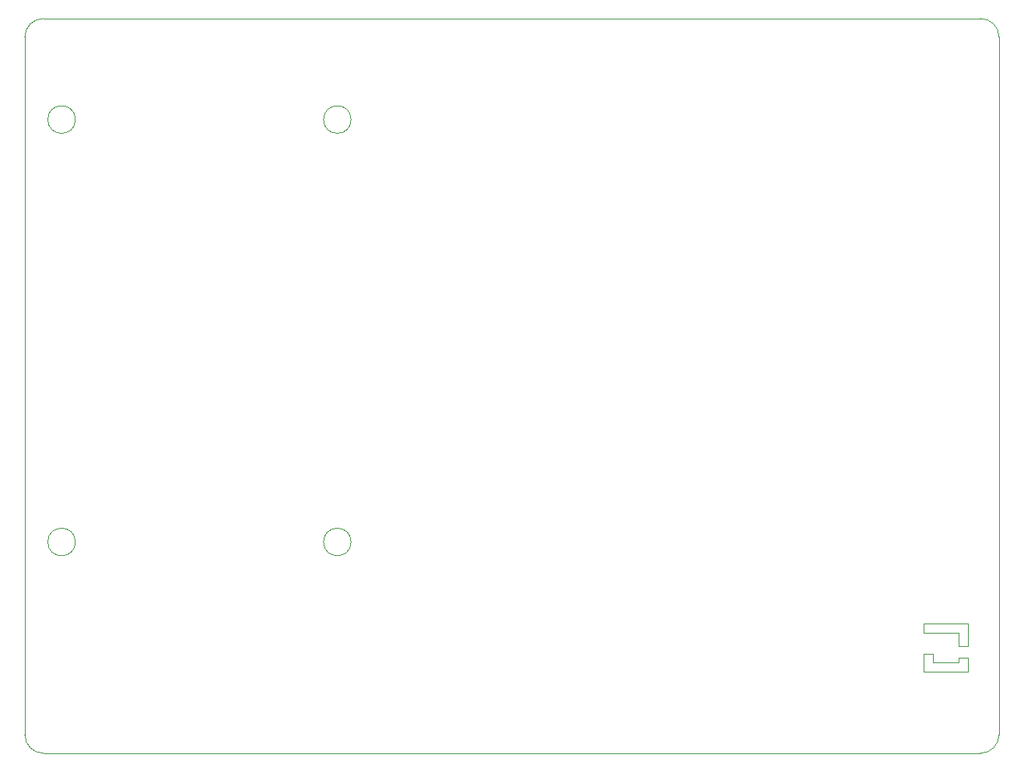
<source format=gbr>
%TF.GenerationSoftware,KiCad,Pcbnew,9.0.6+1*%
%TF.CreationDate,2026-01-21T18:48:11+00:00*%
%TF.ProjectId,Mainboard,4d61696e-626f-4617-9264-2e6b69636164,1.0.1*%
%TF.SameCoordinates,Original*%
%TF.FileFunction,Profile,NP*%
%FSLAX46Y46*%
G04 Gerber Fmt 4.6, Leading zero omitted, Abs format (unit mm)*
G04 Created by KiCad (PCBNEW 9.0.6+1) date 2026-01-21 18:48:11*
%MOMM*%
%LPD*%
G01*
G04 APERTURE LIST*
%TA.AperFunction,Profile*%
%ADD10C,0.100000*%
%TD*%
%TA.AperFunction,Profile*%
%ADD11C,0.050000*%
%TD*%
G04 APERTURE END LIST*
D10*
X165500000Y-129000000D02*
G75*
G02*
X162500000Y-129000000I-1500000J0D01*
G01*
X162500000Y-129000000D02*
G75*
G02*
X165500000Y-129000000I1500000J0D01*
G01*
D11*
X261600000Y-187600000D02*
X262600000Y-187600000D01*
X262600000Y-183900000D02*
X262600000Y-186300000D01*
D10*
X264000000Y-198000000D02*
X162000000Y-198000000D01*
D11*
X262600000Y-189100000D02*
X257800000Y-189100000D01*
X261600000Y-188100000D02*
X261600000Y-187600000D01*
D10*
X266000000Y-196000000D02*
G75*
G02*
X264000000Y-198000000I-2000000J0D01*
G01*
X195500000Y-129000000D02*
G75*
G02*
X192500000Y-129000000I-1500000J0D01*
G01*
X192500000Y-129000000D02*
G75*
G02*
X195500000Y-129000000I1500000J0D01*
G01*
D11*
X257800000Y-187150000D02*
X258800000Y-187150000D01*
D10*
X165500000Y-175000000D02*
G75*
G02*
X162500000Y-175000000I-1500000J0D01*
G01*
X162500000Y-175000000D02*
G75*
G02*
X165500000Y-175000000I1500000J0D01*
G01*
D11*
X257800000Y-189100000D02*
X257800000Y-187150000D01*
X261600000Y-184900000D02*
X257800000Y-184900000D01*
D10*
X264000000Y-118000000D02*
G75*
G02*
X266000000Y-120000000I0J-2000000D01*
G01*
X160000000Y-196000000D02*
X160000000Y-120000000D01*
X162000000Y-198000000D02*
G75*
G02*
X160000000Y-196000000I0J2000000D01*
G01*
D11*
X258800000Y-188100000D02*
X261600000Y-188100000D01*
X258800000Y-187150000D02*
X258800000Y-188100000D01*
X257800000Y-183900000D02*
X262600000Y-183900000D01*
D10*
X160000000Y-120000000D02*
G75*
G02*
X162000000Y-118000000I2000000J0D01*
G01*
D11*
X262600000Y-186300000D02*
X261600000Y-186300000D01*
X262600000Y-187600000D02*
X262600000Y-189100000D01*
X261600000Y-186300000D02*
X261600000Y-184900000D01*
D10*
X195500000Y-175000000D02*
G75*
G02*
X192500000Y-175000000I-1500000J0D01*
G01*
X192500000Y-175000000D02*
G75*
G02*
X195500000Y-175000000I1500000J0D01*
G01*
X266000000Y-120000000D02*
X266000000Y-196000000D01*
X162000000Y-118000000D02*
X264000000Y-118000000D01*
D11*
X257800000Y-184900000D02*
X257800000Y-183900000D01*
M02*

</source>
